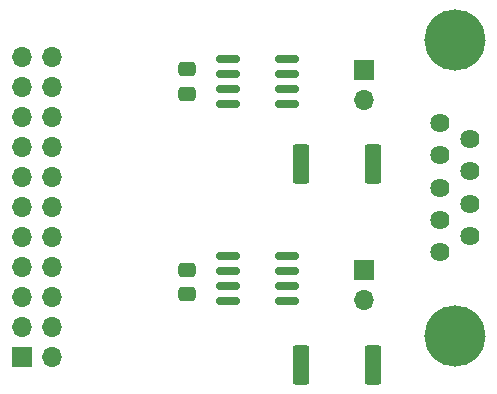
<source format=gts>
G04 #@! TF.GenerationSoftware,KiCad,Pcbnew,8.0.6*
G04 #@! TF.CreationDate,2024-12-29T09:39:42-05:00*
G04 #@! TF.ProjectId,Beagley-ai-2CAN,42656167-6c65-4792-9d61-692d3243414e,rev?*
G04 #@! TF.SameCoordinates,Original*
G04 #@! TF.FileFunction,Soldermask,Top*
G04 #@! TF.FilePolarity,Negative*
%FSLAX46Y46*%
G04 Gerber Fmt 4.6, Leading zero omitted, Abs format (unit mm)*
G04 Created by KiCad (PCBNEW 8.0.6) date 2024-12-29 09:39:42*
%MOMM*%
%LPD*%
G01*
G04 APERTURE LIST*
G04 Aperture macros list*
%AMRoundRect*
0 Rectangle with rounded corners*
0 $1 Rounding radius*
0 $2 $3 $4 $5 $6 $7 $8 $9 X,Y pos of 4 corners*
0 Add a 4 corners polygon primitive as box body*
4,1,4,$2,$3,$4,$5,$6,$7,$8,$9,$2,$3,0*
0 Add four circle primitives for the rounded corners*
1,1,$1+$1,$2,$3*
1,1,$1+$1,$4,$5*
1,1,$1+$1,$6,$7*
1,1,$1+$1,$8,$9*
0 Add four rect primitives between the rounded corners*
20,1,$1+$1,$2,$3,$4,$5,0*
20,1,$1+$1,$4,$5,$6,$7,0*
20,1,$1+$1,$6,$7,$8,$9,0*
20,1,$1+$1,$8,$9,$2,$3,0*%
G04 Aperture macros list end*
%ADD10RoundRect,0.250000X0.475000X-0.337500X0.475000X0.337500X-0.475000X0.337500X-0.475000X-0.337500X0*%
%ADD11RoundRect,0.249999X0.450001X1.425001X-0.450001X1.425001X-0.450001X-1.425001X0.450001X-1.425001X0*%
%ADD12R,1.700000X1.700000*%
%ADD13O,1.700000X1.700000*%
%ADD14RoundRect,0.150000X-0.825000X-0.150000X0.825000X-0.150000X0.825000X0.150000X-0.825000X0.150000X0*%
%ADD15C,1.625600*%
%ADD16C,5.181600*%
G04 APERTURE END LIST*
D10*
X98600000Y-42587500D03*
X98600000Y-40512500D03*
D11*
X114400000Y-48550000D03*
X108300000Y-48550000D03*
D12*
X84640000Y-64870000D03*
D13*
X87180000Y-64870000D03*
X84640000Y-62330000D03*
X87180000Y-62330000D03*
X84640000Y-59790000D03*
X87180000Y-59790000D03*
X84640000Y-57250000D03*
X87180000Y-57250000D03*
X84640000Y-54710000D03*
X87180000Y-54710000D03*
X84640000Y-52170000D03*
X87180000Y-52170000D03*
X84640000Y-49630000D03*
X87180000Y-49630000D03*
X84640000Y-47090000D03*
X87180000Y-47090000D03*
X84640000Y-44550000D03*
X87180000Y-44550000D03*
X84640000Y-42010000D03*
X87180000Y-42010000D03*
X84640000Y-39470000D03*
X87180000Y-39470000D03*
D14*
X102125000Y-56295000D03*
X102125000Y-57565000D03*
X102125000Y-58835000D03*
X102125000Y-60105000D03*
X107075000Y-60105000D03*
X107075000Y-58835000D03*
X107075000Y-57565000D03*
X107075000Y-56295000D03*
D12*
X113600000Y-57550000D03*
D13*
X113600000Y-60090000D03*
D11*
X114400000Y-65550000D03*
X108300000Y-65550000D03*
D15*
X120030000Y-45063600D03*
X120030000Y-47806800D03*
X120030000Y-50550000D03*
X120030000Y-53293200D03*
X120030000Y-56036400D03*
X122570000Y-46435200D03*
X122570000Y-49178400D03*
X122570000Y-51921600D03*
X122570000Y-54664800D03*
D16*
X121300000Y-38027800D03*
X121300000Y-63072200D03*
D14*
X102125000Y-39645000D03*
X102125000Y-40915000D03*
X102125000Y-42185000D03*
X102125000Y-43455000D03*
X107075000Y-43455000D03*
X107075000Y-42185000D03*
X107075000Y-40915000D03*
X107075000Y-39645000D03*
D12*
X113600000Y-40550000D03*
D13*
X113600000Y-43090000D03*
D10*
X98600000Y-59587500D03*
X98600000Y-57512500D03*
M02*

</source>
